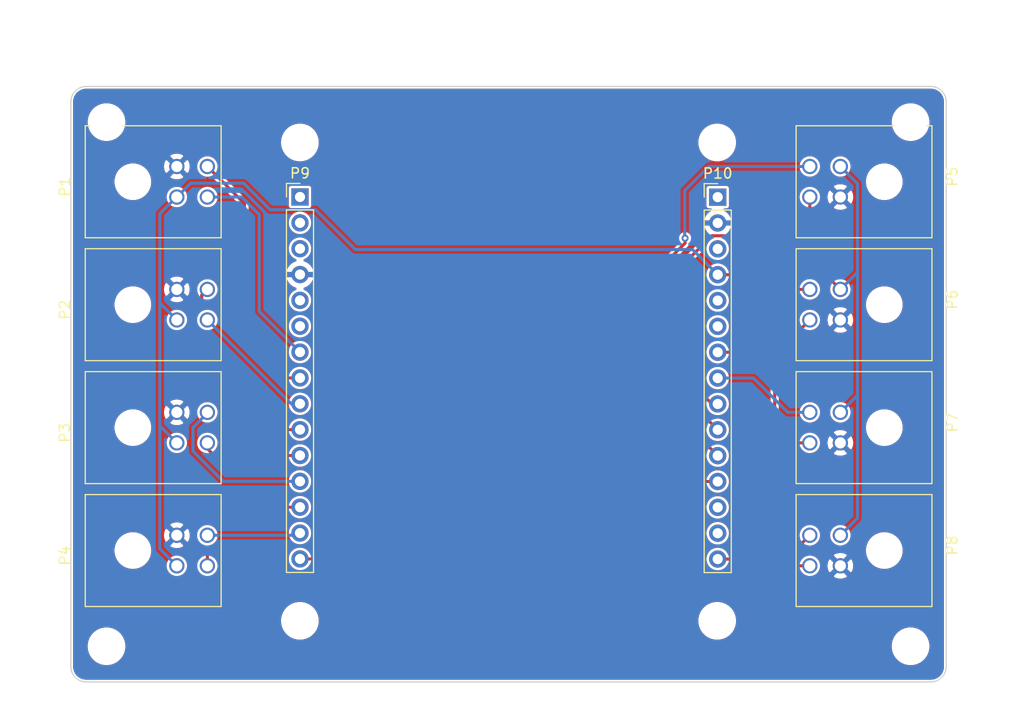
<source format=kicad_pcb>
(kicad_pcb (version 20171130) (host pcbnew 5.1.5+dfsg1-2build2)
  (layers (0 F.Cu signal) (31 B.Cu signal) (34 B.Paste user) (35 F.Paste user) (36 B.SilkS user) (37 F.SilkS user) (38 B.Mask user) (39 F.Mask user) (44 Edge.Cuts user))
  (net 0 "")
  (net 1 DT1)
  (net 2 VCC)
  (net 3 SCK1)
  (net 4 GND)
  (net 5 SCK2)
  (net 6 DT2)
  (net 7 DT3)
  (net 8 SCK3)
  (net 9 SCK4)
  (net 10 DT4)
  (net 11 DT5)
  (net 12 SCK5)
  (net 13 SCK6)
  (net 14 DT6)
  (net 15 DT7)
  (net 16 SCK7)
  (net 17 SCK8)
  (net 18 DT8)
  (net 19 "Net-(P9-Pad6)")
  (net 20 "Net-(P9-Pad5)")
  (net 21 "Net-(P9-Pad3)")
  (net 22 "Net-(P9-Pad2)")
  (net 23 "Net-(P9-Pad1)")
  (net 24 "Net-(P10-Pad1)")
  (net 25 "Net-(P10-Pad3)")
  (net 26 "Net-(P10-Pad5)")
  (net 27 "Net-(P10-Pad6)")
  (net 28 "Net-(P10-Pad13)")
  (net 29 "Net-(P10-Pad14)")
  (module Mounting_Holes:MountingHole_3.2mm_M3 (layer F.Cu) (at 90.5 42.5)
    (fp_text reference REF** hide)
    (fp_text value MountingHole_3.2mm_M3)
    (pad 1 np_thru_hole circle (at 0 0) (size 3.2 3.2) (drill 3.2) (layers *.Cu *.Mask))
  )
  (module Mounting_Holes:MountingHole_3.2mm_M3 (layer F.Cu) (at 169.5 42.5)
    (fp_text reference REF** hide)
    (fp_text value MountingHole_3.2mm_M3)
    (pad 1 np_thru_hole circle (at 0 0) (size 3.2 3.2) (drill 3.2) (layers *.Cu *.Mask))
  )
  (module Mounting_Holes:MountingHole_3.2mm_M3 (layer F.Cu) (at 169.5 94)
    (fp_text reference REF** hide)
    (fp_text value MountingHole_3.2mm_M3)
    (pad 1 np_thru_hole circle (at 0 0) (size 3.2 3.2) (drill 3.2) (layers *.Cu *.Mask))
  )
  (module Mounting_Holes:MountingHole_3.2mm_M3 (layer F.Cu) (at 90.5 94)
    (fp_text reference REF** hide)
    (fp_text value MountingHole_3.2mm_M3)
    (pad 1 np_thru_hole circle (at 0 0) (size 3.2 3.2) (drill 3.2) (layers *.Cu *.Mask))
  )
  (module Mounting_Holes:MountingHole_3.2mm_M3 (layer F.Cu) (at 150.5 44.5)
    (fp_text reference REF** hide)
    (fp_text value MountingHole_3.2mm_M3)
    (pad 1 np_thru_hole circle (at 0 0) (size 3.2 3.2) (drill 3.2) (layers *.Cu *.Mask))
  )
  (module Mounting_Holes:MountingHole_3.2mm_M3 (layer F.Cu) (at 109.5 44.5)
    (fp_text reference REF** hide)
    (fp_text value MountingHole_3.2mm_M3)
    (pad 1 np_thru_hole circle (at 0 0) (size 3.2 3.2) (drill 3.2) (layers *.Cu *.Mask))
  )
  (module Mounting_Holes:MountingHole_3.2mm_M3 (layer F.Cu) (at 109.5 91.5)
    (fp_text reference REF** hide)
    (fp_text value MountingHole_3.2mm_M3)
    (pad 1 np_thru_hole circle (at 0 0) (size 3.2 3.2) (drill 3.2) (layers *.Cu *.Mask))
  )
  (module Mounting_Holes:MountingHole_3.2mm_M3 (layer F.Cu) (at 150.5 91.5)
    (fp_text reference REF** hide)
    (fp_text value MountingHole_3.2mm_M3)
    (pad 1 np_thru_hole circle (at 0 0) (size 3.2 3.2) (drill 3.2) (layers *.Cu *.Mask))
  )
  (module Connectors_Molex:Molex_Microfit3_Header_02x02_Angled_43045-040x (layer F.Cu) (at 97.409 49.8602 270)
    (fp_text reference P1 (at -1 11 90) (layer F.SilkS))
    (fp_text value CONN_02X02)
    (fp_line (start -7 9) (end -7 -4.35) (layer F.SilkS) (width 0.12))
    (fp_line (start -7 -4.35) (end 4 -4.35) (layer F.SilkS) (width 0.12))
    (fp_line (start 4 -4.35) (end 4 9) (layer F.SilkS) (width 0.12))
    (fp_line (start 4 9) (end -7 9) (layer F.SilkS) (width 0.12))
    (pad 3 thru_hole circle (at 0 -3 270) (size 1.5 1.5) (drill 1.1) (layers *.Cu *.Mask) (net 1 DT1))
    (pad 1 thru_hole circle (at 0 0 270) (size 1.5 1.5) (drill 1.1) (layers *.Cu *.Mask) (net 2 VCC))
    (pad 4 thru_hole circle (at -3 -3 270) (size 1.5 1.5) (drill 1.1) (layers *.Cu *.Mask) (net 3 SCK1))
    (pad 2 thru_hole circle (at -3 0 270) (size 1.5 1.5) (drill 1.1) (layers *.Cu *.Mask) (net 4 GND))
    (pad "" np_thru_hole circle (at -1.5 4.32 270) (size 3.1 3.1) (drill 3.1) (layers *.Cu *.Mask))
  )
  (module Connectors_Molex:Molex_Microfit3_Header_02x02_Angled_43045-040x (layer F.Cu) (at 97.409 61.9379 270)
    (fp_text reference P2 (at -1 11 90) (layer F.SilkS))
    (fp_text value CONN_02X02)
    (fp_line (start 4 9) (end -7 9) (layer F.SilkS) (width 0.12))
    (fp_line (start 4 -4.35) (end 4 9) (layer F.SilkS) (width 0.12))
    (fp_line (start -7 -4.35) (end 4 -4.35) (layer F.SilkS) (width 0.12))
    (fp_line (start -7 9) (end -7 -4.35) (layer F.SilkS) (width 0.12))
    (pad "" np_thru_hole circle (at -1.5 4.32 270) (size 3.1 3.1) (drill 3.1) (layers *.Cu *.Mask))
    (pad 2 thru_hole circle (at -3 0 270) (size 1.5 1.5) (drill 1.1) (layers *.Cu *.Mask) (net 4 GND))
    (pad 4 thru_hole circle (at -3 -3 270) (size 1.5 1.5) (drill 1.1) (layers *.Cu *.Mask) (net 5 SCK2))
    (pad 1 thru_hole circle (at 0 0 270) (size 1.5 1.5) (drill 1.1) (layers *.Cu *.Mask) (net 2 VCC))
    (pad 3 thru_hole circle (at 0 -3 270) (size 1.5 1.5) (drill 1.1) (layers *.Cu *.Mask) (net 6 DT2))
  )
  (module Connectors_Molex:Molex_Microfit3_Header_02x02_Angled_43045-040x (layer F.Cu) (at 97.409 74.0156 270)
    (fp_text reference P3 (at -1 11 90) (layer F.SilkS))
    (fp_text value CONN_02X02)
    (fp_line (start -7 9) (end -7 -4.35) (layer F.SilkS) (width 0.12))
    (fp_line (start -7 -4.35) (end 4 -4.35) (layer F.SilkS) (width 0.12))
    (fp_line (start 4 -4.35) (end 4 9) (layer F.SilkS) (width 0.12))
    (fp_line (start 4 9) (end -7 9) (layer F.SilkS) (width 0.12))
    (pad 3 thru_hole circle (at 0 -3 270) (size 1.5 1.5) (drill 1.1) (layers *.Cu *.Mask) (net 7 DT3))
    (pad 1 thru_hole circle (at 0 0 270) (size 1.5 1.5) (drill 1.1) (layers *.Cu *.Mask) (net 2 VCC))
    (pad 4 thru_hole circle (at -3 -3 270) (size 1.5 1.5) (drill 1.1) (layers *.Cu *.Mask) (net 8 SCK3))
    (pad 2 thru_hole circle (at -3 0 270) (size 1.5 1.5) (drill 1.1) (layers *.Cu *.Mask) (net 4 GND))
    (pad "" np_thru_hole circle (at -1.5 4.32 270) (size 3.1 3.1) (drill 3.1) (layers *.Cu *.Mask))
  )
  (module Connectors_Molex:Molex_Microfit3_Header_02x02_Angled_43045-040x (layer F.Cu) (at 97.409 86.0933 270)
    (fp_text reference P4 (at -1 11 90) (layer F.SilkS))
    (fp_text value CONN_02X02)
    (fp_line (start 4 9) (end -7 9) (layer F.SilkS) (width 0.12))
    (fp_line (start 4 -4.35) (end 4 9) (layer F.SilkS) (width 0.12))
    (fp_line (start -7 -4.35) (end 4 -4.35) (layer F.SilkS) (width 0.12))
    (fp_line (start -7 9) (end -7 -4.35) (layer F.SilkS) (width 0.12))
    (pad "" np_thru_hole circle (at -1.5 4.32 270) (size 3.1 3.1) (drill 3.1) (layers *.Cu *.Mask))
    (pad 2 thru_hole circle (at -3 0 270) (size 1.5 1.5) (drill 1.1) (layers *.Cu *.Mask) (net 4 GND))
    (pad 4 thru_hole circle (at -3 -3 270) (size 1.5 1.5) (drill 1.1) (layers *.Cu *.Mask) (net 9 SCK4))
    (pad 1 thru_hole circle (at 0 0 270) (size 1.5 1.5) (drill 1.1) (layers *.Cu *.Mask) (net 2 VCC))
    (pad 3 thru_hole circle (at 0 -3 270) (size 1.5 1.5) (drill 1.1) (layers *.Cu *.Mask) (net 10 DT4))
  )
  (module Connectors_Molex:Molex_Microfit3_Header_02x02_Angled_43045-040x (layer F.Cu) (at 162.60064 46.8602 90)
    (fp_text reference P5 (at -1 11 90) (layer F.SilkS))
    (fp_text value CONN_02X02)
    (fp_line (start -7 9) (end -7 -4.35) (layer F.SilkS) (width 0.12))
    (fp_line (start -7 -4.35) (end 4 -4.35) (layer F.SilkS) (width 0.12))
    (fp_line (start 4 -4.35) (end 4 9) (layer F.SilkS) (width 0.12))
    (fp_line (start 4 9) (end -7 9) (layer F.SilkS) (width 0.12))
    (pad 3 thru_hole circle (at 0 -3 90) (size 1.5 1.5) (drill 1.1) (layers *.Cu *.Mask) (net 11 DT5))
    (pad 1 thru_hole circle (at 0 0 90) (size 1.5 1.5) (drill 1.1) (layers *.Cu *.Mask) (net 2 VCC))
    (pad 4 thru_hole circle (at -3 -3 90) (size 1.5 1.5) (drill 1.1) (layers *.Cu *.Mask) (net 12 SCK5))
    (pad 2 thru_hole circle (at -3 0 90) (size 1.5 1.5) (drill 1.1) (layers *.Cu *.Mask) (net 4 GND))
    (pad "" np_thru_hole circle (at -1.5 4.32 90) (size 3.1 3.1) (drill 3.1) (layers *.Cu *.Mask))
  )
  (module Connectors_Molex:Molex_Microfit3_Header_02x02_Angled_43045-040x (layer F.Cu) (at 162.60064 58.9379 90)
    (fp_text reference P6 (at -1 11 90) (layer F.SilkS))
    (fp_text value CONN_02X02)
    (fp_line (start 4 9) (end -7 9) (layer F.SilkS) (width 0.12))
    (fp_line (start 4 -4.35) (end 4 9) (layer F.SilkS) (width 0.12))
    (fp_line (start -7 -4.35) (end 4 -4.35) (layer F.SilkS) (width 0.12))
    (fp_line (start -7 9) (end -7 -4.35) (layer F.SilkS) (width 0.12))
    (pad "" np_thru_hole circle (at -1.5 4.32 90) (size 3.1 3.1) (drill 3.1) (layers *.Cu *.Mask))
    (pad 2 thru_hole circle (at -3 0 90) (size 1.5 1.5) (drill 1.1) (layers *.Cu *.Mask) (net 4 GND))
    (pad 4 thru_hole circle (at -3 -3 90) (size 1.5 1.5) (drill 1.1) (layers *.Cu *.Mask) (net 13 SCK6))
    (pad 1 thru_hole circle (at 0 0 90) (size 1.5 1.5) (drill 1.1) (layers *.Cu *.Mask) (net 2 VCC))
    (pad 3 thru_hole circle (at 0 -3 90) (size 1.5 1.5) (drill 1.1) (layers *.Cu *.Mask) (net 14 DT6))
  )
  (module Connectors_Molex:Molex_Microfit3_Header_02x02_Angled_43045-040x (layer F.Cu) (at 162.60064 71.0156 90)
    (fp_text reference P7 (at -1 11 90) (layer F.SilkS))
    (fp_text value CONN_02X02)
    (fp_line (start -7 9) (end -7 -4.35) (layer F.SilkS) (width 0.12))
    (fp_line (start -7 -4.35) (end 4 -4.35) (layer F.SilkS) (width 0.12))
    (fp_line (start 4 -4.35) (end 4 9) (layer F.SilkS) (width 0.12))
    (fp_line (start 4 9) (end -7 9) (layer F.SilkS) (width 0.12))
    (pad 3 thru_hole circle (at 0 -3 90) (size 1.5 1.5) (drill 1.1) (layers *.Cu *.Mask) (net 15 DT7))
    (pad 1 thru_hole circle (at 0 0 90) (size 1.5 1.5) (drill 1.1) (layers *.Cu *.Mask) (net 2 VCC))
    (pad 4 thru_hole circle (at -3 -3 90) (size 1.5 1.5) (drill 1.1) (layers *.Cu *.Mask) (net 16 SCK7))
    (pad 2 thru_hole circle (at -3 0 90) (size 1.5 1.5) (drill 1.1) (layers *.Cu *.Mask) (net 4 GND))
    (pad "" np_thru_hole circle (at -1.5 4.32 90) (size 3.1 3.1) (drill 3.1) (layers *.Cu *.Mask))
  )
  (module Connectors_Molex:Molex_Microfit3_Header_02x02_Angled_43045-040x (layer F.Cu) (at 162.60064 83.0933 90)
    (fp_text reference P8 (at -1 11 90) (layer F.SilkS))
    (fp_text value CONN_02X02)
    (fp_line (start 4 9) (end -7 9) (layer F.SilkS) (width 0.12))
    (fp_line (start 4 -4.35) (end 4 9) (layer F.SilkS) (width 0.12))
    (fp_line (start -7 -4.35) (end 4 -4.35) (layer F.SilkS) (width 0.12))
    (fp_line (start -7 9) (end -7 -4.35) (layer F.SilkS) (width 0.12))
    (pad "" np_thru_hole circle (at -1.5 4.32 90) (size 3.1 3.1) (drill 3.1) (layers *.Cu *.Mask))
    (pad 2 thru_hole circle (at -3 0 90) (size 1.5 1.5) (drill 1.1) (layers *.Cu *.Mask) (net 4 GND))
    (pad 4 thru_hole circle (at -3 -3 90) (size 1.5 1.5) (drill 1.1) (layers *.Cu *.Mask) (net 17 SCK8))
    (pad 1 thru_hole circle (at 0 0 90) (size 1.5 1.5) (drill 1.1) (layers *.Cu *.Mask) (net 2 VCC))
    (pad 3 thru_hole circle (at 0 -3 90) (size 1.5 1.5) (drill 1.1) (layers *.Cu *.Mask) (net 18 DT8))
  )
  (module Pin_Headers:Pin_Header_Straight_1x15_Pitch2.54mm (layer F.Cu) (at 109.50956 49.85512)
    (fp_text reference P9 (at 0 -2.33) (layer F.SilkS))
    (fp_text value CONN_01X15)
    (fp_line (start -1.33 -1.33) (end 0 -1.33) (layer F.SilkS) (width 0.12))
    (fp_line (start -1.33 0) (end -1.33 -1.33) (layer F.SilkS) (width 0.12))
    (fp_line (start -1.33 1.27) (end 1.33 1.27) (layer F.SilkS) (width 0.12))
    (fp_line (start 1.33 1.27) (end 1.33 36.89) (layer F.SilkS) (width 0.12))
    (fp_line (start -1.33 1.27) (end -1.33 36.89) (layer F.SilkS) (width 0.12))
    (fp_line (start -1.33 36.89) (end 1.33 36.89) (layer F.SilkS) (width 0.12))
    (pad 15 thru_hole oval (at 0 35.56) (size 1.7 1.7) (drill 1) (layers *.Cu *.Mask) (net 18 DT8))
    (pad 14 thru_hole oval (at 0 33.02) (size 1.7 1.7) (drill 1) (layers *.Cu *.Mask) (net 9 SCK4))
    (pad 13 thru_hole oval (at 0 30.48) (size 1.7 1.7) (drill 1) (layers *.Cu *.Mask) (net 10 DT4))
    (pad 12 thru_hole oval (at 0 27.94) (size 1.7 1.7) (drill 1) (layers *.Cu *.Mask) (net 8 SCK3))
    (pad 11 thru_hole oval (at 0 25.4) (size 1.7 1.7) (drill 1) (layers *.Cu *.Mask) (net 7 DT3))
    (pad 10 thru_hole oval (at 0 22.86) (size 1.7 1.7) (drill 1) (layers *.Cu *.Mask) (net 5 SCK2))
    (pad 9 thru_hole oval (at 0 20.32) (size 1.7 1.7) (drill 1) (layers *.Cu *.Mask) (net 6 DT2))
    (pad 8 thru_hole oval (at 0 17.78) (size 1.7 1.7) (drill 1) (layers *.Cu *.Mask) (net 3 SCK1))
    (pad 7 thru_hole oval (at 0 15.24) (size 1.7 1.7) (drill 1) (layers *.Cu *.Mask) (net 1 DT1))
    (pad 6 thru_hole oval (at 0 12.7) (size 1.7 1.7) (drill 1) (layers *.Cu *.Mask) (net 19 "Net-(P9-Pad6)"))
    (pad 5 thru_hole oval (at 0 10.16) (size 1.7 1.7) (drill 1) (layers *.Cu *.Mask) (net 20 "Net-(P9-Pad5)"))
    (pad 4 thru_hole oval (at 0 7.62) (size 1.7 1.7) (drill 1) (layers *.Cu *.Mask) (net 4 GND))
    (pad 3 thru_hole oval (at 0 5.08) (size 1.7 1.7) (drill 1) (layers *.Cu *.Mask) (net 21 "Net-(P9-Pad3)"))
    (pad 2 thru_hole oval (at 0 2.54) (size 1.7 1.7) (drill 1) (layers *.Cu *.Mask) (net 22 "Net-(P9-Pad2)"))
    (pad 1 thru_hole rect (at 0 0) (size 1.7 1.7) (drill 1) (layers *.Cu *.Mask) (net 23 "Net-(P9-Pad1)"))
  )
  (module Pin_Headers:Pin_Header_Straight_1x15_Pitch2.54mm (layer F.Cu) (at 150.55088 49.87036)
    (fp_text reference P10 (at 0 -2.33) (layer F.SilkS))
    (fp_text value CONN_01X15)
    (fp_line (start -1.33 36.89) (end 1.33 36.89) (layer F.SilkS) (width 0.12))
    (fp_line (start -1.33 1.27) (end -1.33 36.89) (layer F.SilkS) (width 0.12))
    (fp_line (start 1.33 1.27) (end 1.33 36.89) (layer F.SilkS) (width 0.12))
    (fp_line (start -1.33 1.27) (end 1.33 1.27) (layer F.SilkS) (width 0.12))
    (fp_line (start -1.33 0) (end -1.33 -1.33) (layer F.SilkS) (width 0.12))
    (fp_line (start -1.33 -1.33) (end 0 -1.33) (layer F.SilkS) (width 0.12))
    (pad 1 thru_hole rect (at 0 0) (size 1.7 1.7) (drill 1) (layers *.Cu *.Mask) (net 24 "Net-(P10-Pad1)"))
    (pad 2 thru_hole oval (at 0 2.54) (size 1.7 1.7) (drill 1) (layers *.Cu *.Mask) (net 4 GND))
    (pad 3 thru_hole oval (at 0 5.08) (size 1.7 1.7) (drill 1) (layers *.Cu *.Mask) (net 25 "Net-(P10-Pad3)"))
    (pad 4 thru_hole oval (at 0 7.62) (size 1.7 1.7) (drill 1) (layers *.Cu *.Mask) (net 2 VCC))
    (pad 5 thru_hole oval (at 0 10.16) (size 1.7 1.7) (drill 1) (layers *.Cu *.Mask) (net 26 "Net-(P10-Pad5)"))
    (pad 6 thru_hole oval (at 0 12.7) (size 1.7 1.7) (drill 1) (layers *.Cu *.Mask) (net 27 "Net-(P10-Pad6)"))
    (pad 7 thru_hole oval (at 0 15.24) (size 1.7 1.7) (drill 1) (layers *.Cu *.Mask) (net 16 SCK7))
    (pad 8 thru_hole oval (at 0 17.78) (size 1.7 1.7) (drill 1) (layers *.Cu *.Mask) (net 15 DT7))
    (pad 9 thru_hole oval (at 0 20.32) (size 1.7 1.7) (drill 1) (layers *.Cu *.Mask) (net 13 SCK6))
    (pad 10 thru_hole oval (at 0 22.86) (size 1.7 1.7) (drill 1) (layers *.Cu *.Mask) (net 14 DT6))
    (pad 11 thru_hole oval (at 0 25.4) (size 1.7 1.7) (drill 1) (layers *.Cu *.Mask) (net 12 SCK5))
    (pad 12 thru_hole oval (at 0 27.94) (size 1.7 1.7) (drill 1) (layers *.Cu *.Mask) (net 11 DT5))
    (pad 13 thru_hole oval (at 0 30.48) (size 1.7 1.7) (drill 1) (layers *.Cu *.Mask) (net 28 "Net-(P10-Pad13)"))
    (pad 14 thru_hole oval (at 0 33.02) (size 1.7 1.7) (drill 1) (layers *.Cu *.Mask) (net 29 "Net-(P10-Pad14)"))
    (pad 15 thru_hole oval (at 0 35.56) (size 1.7 1.7) (drill 1) (layers *.Cu *.Mask) (net 17 SCK8))
  )
  (gr_arc (start 88.5 40.5) (end 88.5 39) (angle -90) (layer Edge.Cuts) (width 0.127))
  (gr_arc (start 88.5 96) (end 87 96) (angle -90) (layer Edge.Cuts) (width 0.127))
  (gr_arc (start 171.5 96) (end 171.5 97.5) (angle -90) (layer Edge.Cuts) (width 0.127))
  (gr_arc (start 171.5 40.5) (end 173 40.5) (angle -90) (layer Edge.Cuts) (width 0.127))
  (gr_line (start 88.5 39) (end 171.5 39) (layer Edge.Cuts) (width 0.127))
  (gr_line (start 87 96) (end 87 40.5) (layer Edge.Cuts) (width 0.127))
  (gr_line (start 171.5 97.5) (end 88.5 97.5) (layer Edge.Cuts) (width 0.127))
  (gr_line (start 173 40.5) (end 173 96) (layer Edge.Cuts) (width 0.127))
  (segment (start 100.409 49.8602) (end 103.77932 49.8602) (width 0.3) (layer B.Cu) (net 1))
  (segment (start 103.77932 49.8602) (end 105.50144 51.58232) (width 0.3) (layer B.Cu) (net 1))
  (segment (start 105.50144 61.087) (end 109.50956 65.09512) (width 0.3) (layer B.Cu) (net 1))
  (segment (start 105.50144 51.58232) (end 105.50144 61.087) (width 0.3) (layer B.Cu) (net 1))
  (segment (start 162.60064 46.8602) (end 164.2872 48.54676) (width 0.3) (layer B.Cu) (net 2))
  (segment (start 164.2872 57.25134) (end 162.60064 58.9379) (width 0.3) (layer B.Cu) (net 2))
  (segment (start 164.2872 48.54676) (end 164.2872 57.25134) (width 0.3) (layer B.Cu) (net 2))
  (segment (start 164.2872 69.32904) (end 162.60064 71.0156) (width 0.3) (layer B.Cu) (net 2))
  (segment (start 164.2872 57.25134) (end 164.2872 69.32904) (width 0.3) (layer B.Cu) (net 2))
  (segment (start 164.2872 81.40674) (end 162.60064 83.0933) (width 0.3) (layer B.Cu) (net 2))
  (segment (start 164.2872 69.32904) (end 164.2872 81.40674) (width 0.3) (layer B.Cu) (net 2))
  (segment (start 95.73768 51.49088) (end 95.73768 60.26658) (width 0.3) (layer B.Cu) (net 2))
  (segment (start 95.73768 60.26658) (end 97.409 61.9379) (width 0.3) (layer B.Cu) (net 2))
  (segment (start 97.36836 49.8602) (end 95.73768 51.49088) (width 0.3) (layer B.Cu) (net 2))
  (segment (start 97.409 49.8602) (end 97.36836 49.8602) (width 0.3) (layer B.Cu) (net 2))
  (segment (start 95.73768 72.34428) (end 97.409 74.0156) (width 0.3) (layer B.Cu) (net 2))
  (segment (start 95.73768 60.26658) (end 95.73768 72.34428) (width 0.3) (layer B.Cu) (net 2))
  (segment (start 95.73768 84.42198) (end 97.409 86.0933) (width 0.3) (layer B.Cu) (net 2))
  (segment (start 95.73768 72.34428) (end 95.73768 84.42198) (width 0.3) (layer B.Cu) (net 2))
  (segment (start 161.1531 57.49036) (end 162.60064 58.9379) (width 0.3) (layer F.Cu) (net 2))
  (segment (start 150.55088 57.49036) (end 161.1531 57.49036) (width 0.3) (layer F.Cu) (net 2))
  (segment (start 98.158999 49.110201) (end 97.409 49.8602) (width 0.3) (layer B.Cu) (net 2))
  (segment (start 98.7692 48.5) (end 98.158999 49.110201) (width 0.3) (layer B.Cu) (net 2))
  (segment (start 103.96852 48.5) (end 98.7692 48.5) (width 0.3) (layer B.Cu) (net 2))
  (segment (start 111.037881 51.109121) (end 106.577641 51.109121) (width 0.3) (layer B.Cu) (net 2))
  (segment (start 106.577641 51.109121) (end 103.96852 48.5) (width 0.3) (layer B.Cu) (net 2))
  (segment (start 114.95024 55.02148) (end 111.037881 51.109121) (width 0.3) (layer B.Cu) (net 2))
  (segment (start 148.082 55.02148) (end 114.95024 55.02148) (width 0.3) (layer B.Cu) (net 2))
  (segment (start 150.55088 57.49036) (end 148.082 55.02148) (width 0.3) (layer B.Cu) (net 2))
  (segment (start 100.409 46.8602) (end 104.05364 50.50484) (width 0.3) (layer F.Cu) (net 3))
  (segment (start 104.05364 50.50484) (end 104.05364 63.754) (width 0.3) (layer F.Cu) (net 3))
  (segment (start 107.93476 67.63512) (end 109.50956 67.63512) (width 0.3) (layer F.Cu) (net 3))
  (segment (start 104.05364 63.754) (end 107.93476 67.63512) (width 0.3) (layer F.Cu) (net 3))
  (segment (start 99.855079 59.491821) (end 100.409 58.9379) (width 0.3) (layer F.Cu) (net 5))
  (segment (start 99.855079 60.21441) (end 99.855079 59.491821) (width 0.3) (layer F.Cu) (net 5))
  (segment (start 99 61.069489) (end 99.855079 60.21441) (width 0.3) (layer F.Cu) (net 5))
  (segment (start 99 64.05976) (end 99 61.069489) (width 0.3) (layer F.Cu) (net 5))
  (segment (start 107.65536 72.71512) (end 99 64.05976) (width 0.3) (layer F.Cu) (net 5))
  (segment (start 109.50956 72.71512) (end 107.65536 72.71512) (width 0.3) (layer F.Cu) (net 5))
  (segment (start 108.64622 70.17512) (end 109.50956 70.17512) (width 0.3) (layer B.Cu) (net 6))
  (segment (start 100.409 61.9379) (end 108.64622 70.17512) (width 0.3) (layer B.Cu) (net 6))
  (segment (start 101.07676 75.25512) (end 109.50956 75.25512) (width 0.3) (layer F.Cu) (net 7))
  (segment (start 100.409 74.58736) (end 101.07676 75.25512) (width 0.3) (layer F.Cu) (net 7))
  (segment (start 100.409 74.0156) (end 100.409 74.58736) (width 0.3) (layer F.Cu) (net 7))
  (segment (start 101.96576 77.79512) (end 109.50956 77.79512) (width 0.3) (layer B.Cu) (net 8))
  (segment (start 99 74.82936) (end 101.96576 77.79512) (width 0.3) (layer B.Cu) (net 8))
  (segment (start 99 72.5) (end 99 74.82936) (width 0.3) (layer B.Cu) (net 8))
  (segment (start 100.409 71.091) (end 99 72.5) (width 0.3) (layer B.Cu) (net 8))
  (segment (start 100.409 71.0156) (end 100.409 71.091) (width 0.3) (layer B.Cu) (net 8))
  (segment (start 109.29138 83.0933) (end 109.50956 82.87512) (width 0.3) (layer B.Cu) (net 9))
  (segment (start 100.409 83.0933) (end 109.29138 83.0933) (width 0.3) (layer B.Cu) (net 9))
  (segment (start 100.61448 80.33512) (end 109.50956 80.33512) (width 0.3) (layer F.Cu) (net 10))
  (segment (start 98.98888 81.96072) (end 100.61448 80.33512) (width 0.3) (layer F.Cu) (net 10))
  (segment (start 98.98888 83.61252) (end 98.98888 81.96072) (width 0.3) (layer F.Cu) (net 10))
  (segment (start 100.409 85.03264) (end 98.98888 83.61252) (width 0.3) (layer F.Cu) (net 10))
  (segment (start 100.409 86.0933) (end 100.409 85.03264) (width 0.3) (layer F.Cu) (net 10))
  (segment (start 159.60064 46.8602) (end 149.66976 46.8602) (width 0.3) (layer B.Cu) (net 11))
  (segment (start 149.66976 46.8602) (end 147.30984 49.22012) (width 0.3) (layer B.Cu) (net 11))
  (via (at 147.3454 53.90388) (size 0.6858) (drill 0.3302) (layers F.Cu B.Cu) (net 11))
  (segment (start 147.30984 53.86832) (end 147.3454 53.90388) (width 0.3) (layer B.Cu) (net 11))
  (segment (start 147.30984 49.22012) (end 147.30984 53.86832) (width 0.3) (layer B.Cu) (net 11))
  (segment (start 146.06016 74.8538) (end 149.01672 77.81036) (width 0.3) (layer F.Cu) (net 11))
  (segment (start 146.06016 55.674053) (end 146.06016 74.8538) (width 0.3) (layer F.Cu) (net 11))
  (segment (start 147.3454 54.388813) (end 146.06016 55.674053) (width 0.3) (layer F.Cu) (net 11))
  (segment (start 149.01672 77.81036) (end 150.55088 77.81036) (width 0.3) (layer F.Cu) (net 11))
  (segment (start 147.3454 53.90388) (end 147.3454 54.388813) (width 0.3) (layer F.Cu) (net 11))
  (segment (start 150.55088 75.27036) (end 147.12188 71.84136) (width 0.3) (layer F.Cu) (net 12))
  (segment (start 149.980957 53.664361) (end 157.003239 53.664361) (width 0.3) (layer F.Cu) (net 12))
  (segment (start 147.12188 56.523438) (end 149.980957 53.664361) (width 0.3) (layer F.Cu) (net 12))
  (segment (start 147.12188 71.84136) (end 147.12188 56.523438) (width 0.3) (layer F.Cu) (net 12))
  (segment (start 159.60064 51.06696) (end 159.60064 49.8602) (width 0.3) (layer F.Cu) (net 12))
  (segment (start 157.003239 53.664361) (end 159.60064 51.06696) (width 0.3) (layer F.Cu) (net 12))
  (segment (start 149.99208 70.19036) (end 150.55088 70.19036) (width 0.3) (layer F.Cu) (net 13))
  (segment (start 148.68652 68.8848) (end 149.99208 70.19036) (width 0.3) (layer F.Cu) (net 13))
  (segment (start 148.68652 64.70396) (end 148.68652 68.8848) (width 0.3) (layer F.Cu) (net 13))
  (segment (start 149.534121 63.856359) (end 148.68652 64.70396) (width 0.3) (layer F.Cu) (net 13))
  (segment (start 157.643059 63.856359) (end 149.534121 63.856359) (width 0.3) (layer F.Cu) (net 13))
  (segment (start 157.66262 63.87592) (end 157.643059 63.856359) (width 0.3) (layer F.Cu) (net 13))
  (segment (start 159.60064 61.9379) (end 157.66262 63.87592) (width 0.3) (layer F.Cu) (net 13))
  (segment (start 159.60064 58.9379) (end 151.67838 58.9379) (width 0.3) (layer F.Cu) (net 14))
  (segment (start 151.484841 58.744361) (end 148.992079 58.744361) (width 0.3) (layer F.Cu) (net 14))
  (segment (start 151.67838 58.9379) (end 151.484841 58.744361) (width 0.3) (layer F.Cu) (net 14))
  (segment (start 148.992079 58.744361) (end 147.77212 59.96432) (width 0.3) (layer F.Cu) (net 14))
  (segment (start 147.77212 69.9516) (end 150.55088 72.73036) (width 0.3) (layer F.Cu) (net 14))
  (segment (start 147.77212 59.96432) (end 147.77212 69.9516) (width 0.3) (layer F.Cu) (net 14))
  (segment (start 154.07132 67.65036) (end 150.55088 67.65036) (width 0.3) (layer B.Cu) (net 15))
  (segment (start 157.43656 71.0156) (end 154.07132 67.65036) (width 0.3) (layer B.Cu) (net 15))
  (segment (start 159.60064 71.0156) (end 157.43656 71.0156) (width 0.3) (layer B.Cu) (net 15))
  (segment (start 150.55088 65.11036) (end 153.42108 65.11036) (width 0.3) (layer F.Cu) (net 16))
  (segment (start 153.42108 65.11036) (end 156.14904 67.83832) (width 0.3) (layer F.Cu) (net 16))
  (segment (start 156.14904 67.83832) (end 156.14904 72.19188) (width 0.3) (layer F.Cu) (net 16))
  (segment (start 157.97276 74.0156) (end 159.60064 74.0156) (width 0.3) (layer F.Cu) (net 16))
  (segment (start 156.14904 72.19188) (end 157.97276 74.0156) (width 0.3) (layer F.Cu) (net 16))
  (segment (start 150.55088 85.43036) (end 154.78252 85.43036) (width 0.3) (layer F.Cu) (net 17))
  (segment (start 155.44546 86.0933) (end 159.60064 86.0933) (width 0.3) (layer F.Cu) (net 17))
  (segment (start 154.78252 85.43036) (end 155.44546 86.0933) (width 0.3) (layer F.Cu) (net 17))
  (segment (start 158.549579 84.144361) (end 113.670839 84.144361) (width 0.3) (layer F.Cu) (net 18))
  (segment (start 159.60064 83.0933) (end 158.549579 84.144361) (width 0.3) (layer F.Cu) (net 18))
  (segment (start 112.40008 85.41512) (end 109.50956 85.41512) (width 0.3) (layer F.Cu) (net 18))
  (segment (start 113.670839 84.144361) (end 112.40008 85.41512) (width 0.3) (layer F.Cu) (net 18))
  (zone (net 4) (net_name GND) (layer F.Cu) (connect_pads (clearance 0.1524)) (min_thickness 0.254) (fill yes (arc_segments 32) (thermal_gap 0.508) (thermal_bridge_width 0.508))
    (polygon (pts (xy 173 97.5) (xy 87 97.5) (xy 87 39) (xy 173 39)))
  )
  (zone (net 4) (net_name GND) (layer B.Cu) (connect_pads (clearance 0.1524)) (min_thickness 0.254) (fill yes (arc_segments 32) (thermal_gap 0.508) (thermal_bridge_width 0.508))
    (polygon (pts (xy 173 97.5) (xy 87 97.5) (xy 87 39) (xy 173 39)))
  )
)
</source>
